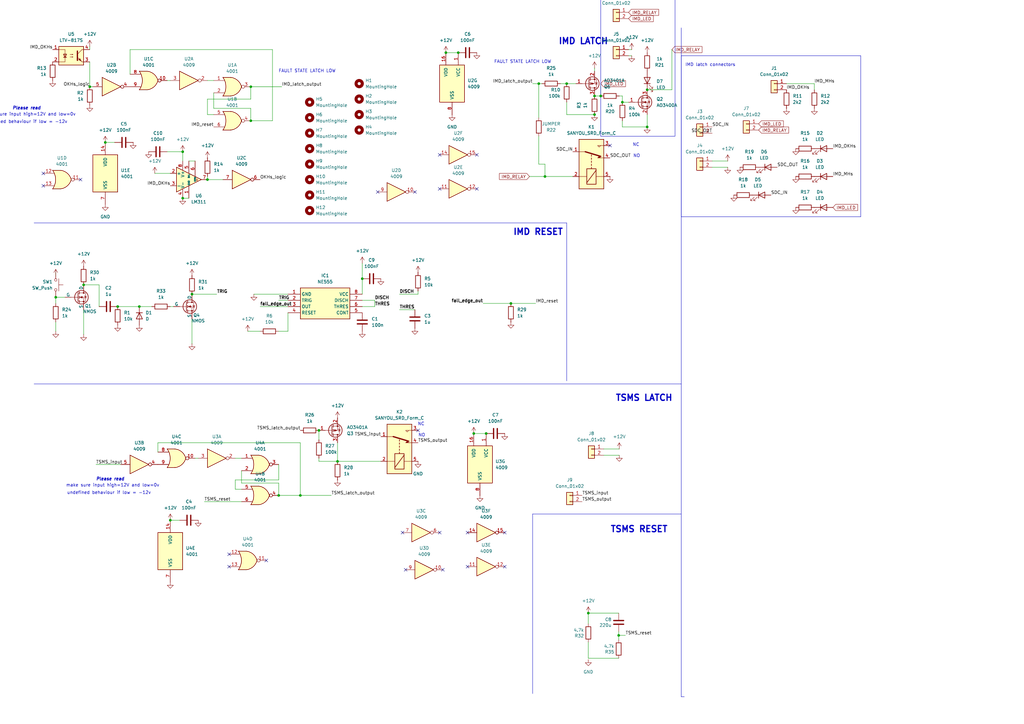
<source format=kicad_sch>
(kicad_sch (version 20250114) (generator "eeschema") (generator_version "9.0")
  (paper "A3")
  (title_block (title "IMD & TSMS latch logic"))
  (rectangle (start 279.4 22.86) (end 353.06 88.9))
  (rectangle (start 246.38 -5.08) (end 276.86 55.88))
  (text "FAULT STATE LATCH LOW" (at 125.984 29.21 0) (effects (font (size 1.27 1.27))))
  (text "NO" (at 172.974 178.562 0) (effects (font (size 1.27 1.27))))
  (text "make sure input high=12V and low=0v" (at 11.938 46.99 0) (effects (font (size 1.27 1.27))))
  (text "NO" (at 261.112 64.008 0) (effects (font (size 1.27 1.27))))
  (text "IMD latch connectors" (at 291.338 26.67 0) (effects (font (size 1.27 1.27))))
  (text "undefined behaviour if low = -12v" (at 44.704 202.184 0) (effects (font (size 1.27 1.27))))
  (text "Please read " (at 11.43 44.45 0) (effects (font (size 1.27 1.27) (thickness 0.254) (bold yes) (italic yes))))
  (text "FAULT STATE LATCH LOW" (at 214.376 25.4 0) (effects (font (size 1.27 1.27))))
  (text "TSMS LATCH\n" (at 264.16 163.322 0) (effects (font (size 2.54 2.54) (thickness 0.508) (bold yes))))
  (text "make sure input high=12V and low=0v" (at 46.228 199.136 0) (effects (font (size 1.27 1.27))))
  (text "undefined behaviour if low = -12v" (at 10.414 50.038 0) (effects (font (size 1.27 1.27))))
  (text "IMD RESET" (at 220.726 95.25 0) (effects (font (size 2.54 2.54) (thickness 0.508) (bold yes))))
  (text "NC" (at 260.858 59.436 0) (effects (font (size 1.27 1.27))))
  (text "Please read " (at 45.72 196.596 0) (effects (font (size 1.27 1.27) (thickness 0.254) (bold yes) (italic yes))))
  (text "NC" (at 172.72 173.99 0) (effects (font (size 1.27 1.27))))
  (text "TSMS RESET\n" (at 262.128 217.17 0) (effects (font (size 2.54 2.54) (thickness 0.508) (bold yes))))
  (text "IMD LATCH\n" (at 239.268 17.018 0) (effects (font (size 2.54 2.54) (thickness 0.508) (bold yes))))
  (junction (at 232.41 34.29))
  (junction (at 255.27 41.91))
  (junction (at 265.43 36.83))
  (junction (at 265.43 52.07))
  (junction (at 209.55 124.46))
  (junction (at 243.84 39.37))
  (junction (at 223.52 72.39))
  (junction (at 148.59 114.3))
  (junction (at 241.3 251.46))
  (junction (at 199.39 177.8))
  (junction (at 220.98 34.29))
  (junction (at 78.74 120.65))
  (junction (at 102.87 35.56))
  (junction (at 22.86 121.92))
  (junction (at 123.19 203.2))
  (junction (at 57.15 125.73))
  (junction (at 102.87 49.53))
  (junction (at 246.38 39.37))
  (junction (at 138.43 189.23))
  (junction (at 69.85 213.36))
  (junction (at 182.88 21.59))
  (junction (at 253.746 260.604))
  (junction (at 43.18 58.42))
  (junction (at 243.84 46.99))
  (junction (at 36.83 35.56))
  (junction (at 48.26 125.73))
  (junction (at 74.93 81.28))
  (junction (at 114.3 203.2))
  (junction (at 74.93 62.23))
  (junction (at 187.96 21.59))
  (junction (at 130.81 176.53))
  (junction (at 85.09 73.66))
  (junction (at 34.29 116.84))
  (junction (at 194.31 177.8))
  (no_connect (at 165.1 218.44))
  (no_connect (at 154.94 78.74))
  (no_connect (at 93.98 232.41))
  (no_connect (at 180.34 63.5))
  (no_connect (at 207.01 232.41))
  (no_connect (at 207.01 218.44))
  (no_connect (at 195.58 63.5))
  (no_connect (at 180.34 77.47))
  (no_connect (at 195.58 77.47))
  (no_connect (at 166.37 233.68))
  (no_connect (at 17.78 71.12))
  (no_connect (at 191.77 218.44))
  (no_connect (at 93.98 227.33))
  (no_connect (at 250.19 59.69))
  (no_connect (at 180.34 218.44))
  (no_connect (at 170.18 78.74))
  (no_connect (at 181.61 233.68))
  (no_connect (at 191.77 232.41))
  (no_connect (at 109.22 229.87))
  (no_connect (at 171.45 176.53))
  (no_connect (at 33.02 73.66))
  (no_connect (at 17.78 76.2))
  (wire (pts (xy 243.84 29.21) (xy 243.84 27.94)))
  (wire (pts (xy 220.98 55.88) (xy 220.98 67.31)))
  (wire (pts (xy 334.01 36.83) (xy 334.01 34.29)))
  (wire (pts (xy 34.29 137.16) (xy 34.29 127)))
  (wire (pts (xy 163.83 120.65) (xy 171.45 120.65)))
  (wire (pts (xy 123.19 203.2) (xy 135.89 203.2)))
  (wire (pts (xy 220.98 34.29) (xy 222.25 34.29)))
  (wire (pts (xy 102.87 49.53) (xy 111.76 49.53)))
  (wire (pts (xy 246.38 39.37) (xy 243.84 39.37)))
  (wire (pts (xy 163.83 127) (xy 170.18 127)))
  (wire (pts (xy 255.27 49.53) (xy 255.27 52.07)))
  (wire (pts (xy 220.98 67.31) (xy 223.52 67.31)))
  (wire (pts (xy 102.87 35.56) (xy 102.87 40.64)))
  (wire (pts (xy 255.27 41.91) (xy 255.27 39.37)))
  (wire (pts (xy 156.21 189.23) (xy 138.43 189.23)))
  (wire (pts (xy 232.41 46.99) (xy 243.84 46.99)))
  (wire (pts (xy 22.86 121.92) (xy 22.86 124.46)))
  (wire (pts (xy 223.52 72.39) (xy 234.95 72.39)))
  (wire (pts (xy 218.44 34.29) (xy 220.98 34.29)))
  (wire (pts (xy 114.3 123.19) (xy 118.11 123.19)))
  (wire (pts (xy 229.87 34.29) (xy 232.41 34.29)))
  (wire (pts (xy 334.01 34.29) (xy 322.58 34.29)))
  (polyline (pts (xy 279.4 285.75) (xy 280.67 285.75)))
  (wire (pts (xy 232.41 34.29) (xy 236.22 34.29)))
  (wire (pts (xy 85.09 40.64) (xy 102.87 40.64)))
  (wire (pts (xy 255.27 52.07) (xy 265.43 52.07)))
  (wire (pts (xy 64.77 181.61) (xy 64.77 185.42)))
  (polyline (pts (xy 279.4 157.48) (xy 279.4 285.75)))
  (wire (pts (xy 265.43 46.99) (xy 265.43 52.07)))
  (wire (pts (xy 241.3 270.002) (xy 253.746 270.002)))
  (wire (pts (xy 241.3 263.398) (xy 241.3 270.002)))
  (wire (pts (xy 99.06 200.66) (xy 96.52 200.66)))
  (wire (pts (xy 257.81 41.91) (xy 255.27 41.91)))
  (wire (pts (xy 246.38 34.29) (xy 246.38 39.37)))
  (wire (pts (xy 36.83 25.4) (xy 36.83 35.56)))
  (wire (pts (xy 194.31 177.8) (xy 199.39 177.8)))
  (wire (pts (xy 102.87 35.56) (xy 115.57 35.56)))
  (wire (pts (xy 74.93 81.28) (xy 77.47 81.28)))
  (polyline (pts (xy 13.97 157.48) (xy 279.4 157.48)))
  (polyline (pts (xy 232.41 91.44) (xy 232.41 156.21)))
  (wire (pts (xy 87.63 46.99) (xy 85.09 46.99)))
  (wire (pts (xy 138.43 189.23) (xy 138.43 181.61)))
  (wire (pts (xy 182.88 21.59) (xy 187.96 21.59)))
  (polyline (pts (xy 218.44 210.82) (xy 218.44 284.48)))
  (wire (pts (xy 101.6 135.89) (xy 106.68 135.89)))
  (wire (pts (xy 275.59 36.83) (xy 265.43 36.83)))
  (wire (pts (xy 78.74 140.97) (xy 78.74 130.81)))
  (wire (pts (xy 85.09 46.99) (xy 85.09 40.64)))
  (wire (pts (xy 253.746 259.08) (xy 253.746 260.604)))
  (wire (pts (xy 298.45 68.58) (xy 292.1 68.58)))
  (wire (pts (xy 77.47 66.04) (xy 80.01 66.04)))
  (wire (pts (xy 73.66 213.36) (xy 69.85 213.36)))
  (wire (pts (xy 217.17 72.39) (xy 223.52 72.39)))
  (wire (pts (xy 22.86 121.92) (xy 26.67 121.92)))
  (wire (pts (xy 275.59 20.32) (xy 275.59 36.83)))
  (wire (pts (xy 148.59 125.73) (xy 153.67 125.73)))
  (wire (pts (xy 232.41 41.91) (xy 232.41 46.99)))
  (wire (pts (xy 53.34 20.32) (xy 53.34 30.48)))
  (wire (pts (xy 254 184.15) (xy 247.65 184.15)))
  (wire (pts (xy 130.81 187.96) (xy 130.81 189.23)))
  (wire (pts (xy 48.26 125.73) (xy 57.15 125.73)))
  (wire (pts (xy 63.5 71.12) (xy 69.85 71.12)))
  (wire (pts (xy 148.59 123.19) (xy 153.67 123.19)))
  (wire (pts (xy 85.09 73.66) (xy 91.44 73.66)))
  (wire (pts (xy 253.746 260.604) (xy 256.54 260.604)))
  (wire (pts (xy 34.29 116.84) (xy 40.64 116.84)))
  (wire (pts (xy 57.15 125.73) (xy 62.23 125.73)))
  (wire (pts (xy 104.14 120.65) (xy 118.11 120.65)))
  (wire (pts (xy 198.12 124.46) (xy 209.55 124.46)))
  (wire (pts (xy 259.08 22.86) (xy 257.81 22.86)))
  (wire (pts (xy 78.74 120.65) (xy 88.9 120.65)))
  (wire (pts (xy 171.45 119.38) (xy 171.45 120.65)))
  (wire (pts (xy 114.3 190.5) (xy 114.3 196.85)))
  (wire (pts (xy 40.64 116.84) (xy 40.64 125.73)))
  (wire (pts (xy 148.59 114.3) (xy 148.59 120.65)))
  (wire (pts (xy 114.3 135.89) (xy 118.11 135.89)))
  (polyline (pts (xy 279.4 210.82) (xy 218.44 210.82)))
  (wire (pts (xy 68.58 62.23) (xy 74.93 62.23)))
  (wire (pts (xy 130.81 180.34) (xy 130.81 176.53)))
  (wire (pts (xy 80.01 187.96) (xy 81.28 187.96)))
  (wire (pts (xy 241.3 255.778) (xy 241.3 251.46)))
  (wire (pts (xy 46.99 58.42) (xy 43.18 58.42)))
  (wire (pts (xy 96.52 187.96) (xy 99.06 187.96)))
  (wire (pts (xy 241.3 251.46) (xy 253.746 251.46)))
  (wire (pts (xy 153.67 123.19) (xy 153.67 125.73)))
  (wire (pts (xy 259.08 20.32) (xy 257.81 20.32)))
  (wire (pts (xy 36.83 35.56) (xy 38.1 35.56)))
  (wire (pts (xy 74.93 62.23) (xy 74.93 66.04)))
  (wire (pts (xy 22.86 111.76) (xy 22.86 113.03)))
  (wire (pts (xy 123.19 203.2) (xy 123.19 181.61)))
  (wire (pts (xy 130.81 189.23) (xy 138.43 189.23)))
  (wire (pts (xy 220.98 34.29) (xy 220.98 48.26)))
  (wire (pts (xy 254 39.37) (xy 255.27 39.37)))
  (wire (pts (xy 254 186.69) (xy 247.65 186.69)))
  (wire (pts (xy 209.55 124.46) (xy 219.71 124.46)))
  (wire (pts (xy 111.76 20.32) (xy 53.34 20.32)))
  (wire (pts (xy 298.45 66.04) (xy 292.1 66.04)))
  (wire (pts (xy 223.52 67.31) (xy 223.52 72.39)))
  (polyline (pts (xy 13.97 91.44) (xy 232.41 91.44)))
  (wire (pts (xy 22.86 132.08) (xy 22.86 135.89)))
  (polyline (pts (xy 279.4 11.43) (xy 279.4 157.48)))
  (wire (pts (xy 99.06 198.12) (xy 99.06 193.04)))
  (wire (pts (xy 253.746 260.604) (xy 253.746 262.382)))
  (wire (pts (xy 96.52 196.85) (xy 114.3 196.85)))
  (wire (pts (xy 102.87 44.45) (xy 102.87 49.53)))
  (wire (pts (xy 111.76 49.53) (xy 111.76 20.32)))
  (wire (pts (xy 87.63 44.45) (xy 87.63 38.1)))
  (wire (pts (xy 114.3 203.2) (xy 114.3 198.12)))
  (wire (pts (xy 114.3 198.12) (xy 99.06 198.12)))
  (wire (pts (xy 102.87 44.45) (xy 87.63 44.45)))
  (wire (pts (xy 85.09 72.39) (xy 85.09 73.66)))
  (wire (pts (xy 96.52 200.66) (xy 96.52 196.85)))
  (wire (pts (xy 39.37 190.5) (xy 49.53 190.5)))
  (wire (pts (xy 114.3 203.2) (xy 123.19 203.2)))
  (wire (pts (xy 106.68 125.73) (xy 118.11 125.73)))
  (wire (pts (xy 123.19 181.61) (xy 64.77 181.61)))
  (wire (pts (xy 36.83 19.05) (xy 36.83 20.32)))
  (wire (pts (xy 68.58 33.02) (xy 69.85 33.02)))
  (wire (pts (xy 148.59 107.95) (xy 148.59 114.3)))
  (wire (pts (xy 83.82 205.74) (xy 99.06 205.74)))
  (wire (pts (xy 85.09 33.02) (xy 87.63 33.02)))
  (wire (pts (xy 71.12 125.73) (xy 69.85 125.73)))
  (wire (pts (xy 118.11 135.89) (xy 118.11 128.27)))
  (label "IMD_latch_output" (at 115.57 35.56 0))
  (label "SDC_IN" (at 234.95 62.23 180))
  (label "TSMS_reset" (at 256.54 260.604 0))
  (label "SDC_OUT" (at 292.1 54.61 180))
  (label "fall_edge_out" (at 106.68 125.73 0) (effects (font (thickness 0.254) (bold yes))))
  (label "TSMS_input" (at 238.76 203.2 0))
  (label "OKHs_logic" (at 36.83 35.56 180))
  (label "TRIG" (at 88.9 120.65 0) (effects (font (thickness 0.254) (bold yes))))
  (label "TSMS_output" (at 171.45 181.61 0))
  (label "SDC_IN" (at 292.1 52.07 0))
  (label "TSMS_reset" (at 83.82 205.74 0))
  (label "IMD_OKHs" (at 21.59 20.32 180))
  (label "TSMS_input" (at 39.37 190.5 0))
  (label "IMD_OKHs" (at 69.85 76.2 180))
  (label "IMD_reset" (at 87.63 52.07 180))
  (label "IMD_OKHs" (at 322.58 36.83 0))
  (label "IMD_OKHs" (at 341.63 60.96 0))
  (label "TRIG" (at 114.3 123.19 0) (effects (font (thickness 0.254) (bold yes))))
  (label "DISCH" (at 153.67 123.19 0) (effects (font (thickness 0.254) (bold yes))))
  (label "SDC_IN" (at 316.23 80.01 0))
  (label "OKHs_logic" (at 106.68 73.66 0))
  (label "TSMS_latch_output" (at 123.19 176.53 180))
  (label "THRES" (at 153.67 125.73 0) (effects (font (thickness 0.254) (bold yes))))
  (label "TSMS_input" (at 156.21 179.07 180))
  (label "IMD_MHs" (at 341.63 72.39 0))
  (label "TSMS_output" (at 238.76 205.74 0))
  (label "DISCH" (at 163.83 120.65 0) (effects (font (thickness 0.254) (bold yes))))
  (label "THRES" (at 163.83 127 0) (effects (font (thickness 0.254) (bold yes))))
  (label "IMD_MHs" (at 334.01 34.29 0))
  (label "IMD_reset" (at 219.71 124.46 0))
  (label "IMD_latch_output" (at 218.44 34.29 180))
  (label "SDC_OUT" (at 250.19 64.77 0))
  (label "SDC_OUT" (at 318.77 68.58 0))
  (label "TSMS_latch_output" (at 135.89 203.2 0))
  (label "fall_edge_out" (at 198.12 124.46 180) (effects (font (thickness 0.254) (bold yes))))
  (global_label "IMD_LED" (shape input) (at 311.15 50.8 0) (property "Intersheetrefs" "${INTERSHEET_REFS}" (effects (hide yes))))
  (global_label "IMD_RELAY" (shape input) (at 257.81 5.08 0) (property "Intersheetrefs" "${INTERSHEET_REFS}" (effects (hide yes))))
  (global_label "IMD_LED" (shape input) (at 341.63 85.09 0) (property "Intersheetrefs" "${INTERSHEET_REFS}" (effects (hide yes))))
  (global_label "IMD_LED" (shape input) (at 246.38 34.29 0) (property "Intersheetrefs" "${INTERSHEET_REFS}" (effects (hide yes))))
  (global_label "IMD_LED" (shape input) (at 257.81 7.62 0) (property "Intersheetrefs" "${INTERSHEET_REFS}" (effects (hide yes))))
  (global_label "IMD_RELAY" (shape input) (at 217.17 72.39 180) (property "Intersheetrefs" "${INTERSHEET_REFS}" (effects (hide yes))))
  (global_label "IMD_RELAY" (shape input) (at 311.15 53.34 0) (property "Intersheetrefs" "${INTERSHEET_REFS}" (effects (hide yes))))
  (global_label "IMD_RELAY" (shape input) (at 275.59 20.32 0) (property "Intersheetrefs" "${INTERSHEET_REFS}" (effects (hide yes))))
  (symbol (lib_id "power:GND") (at 259.08 22.86 0) (unit 1)
    (property "Reference" "#PWR052" (effects (hide yes)))
    (property "Value" "GND" (effects (hide yes)))
    (property "Description" "Power symbol creates a global label with name \"GND\" , ground" (effects (hide yes)))
  )
  (symbol (lib_id "4xxx:4009") (at 99.06 73.66 0) (unit 3)
    (property "Reference" "U2" (at 99.06 64.77 0))
    (property "Value" "4009" (at 99.06 67.31 0))
    (property "Footprint" "RMC_SO:SOIC-16_3.9x9.9mm_P1.27mm_Handsolder" (effects (hide yes)))
    (property "Datasheet" "http://www.sycelectronica.com.ar/semiconductores/CD4009.pdf" (effects (hide yes)))
    (property "Description" "Hex Buffer Inverter" (effects (hide yes)))
  )
  (symbol (lib_id "Device:C") (at 191.77 21.59 90) (unit 1)
    (property "Reference" "C6" (at 191.77 13.97 90))
    (property "Value" "100nF" (at 191.77 16.51 90))
    (property "Footprint" "RMC_Capacitor:C_0805_2012Metric_Pad1.18x1.45mm_HandSolder_L" (effects (hide yes)))
    (property "Description" "Unpolarized capacitor" (effects (hide yes)))
  )
  (symbol (lib_id "power:+12V") (at 74.93 62.23 0) (unit 1)
    (property "Reference" "#PWR042" (effects (hide yes)))
    (property "Value" "+12V" (at 74.93 57.15 0))
    (property "Description" "Power symbol creates a global label with name \"+12V\"" (effects (hide yes)))
  )
  (symbol (lib_id "power:GND") (at 69.85 238.76 0) (unit 1)
    (property "Reference" "#PWR06" (effects (hide yes)))
    (property "Value" "GND" (effects (hide yes)))
    (property "Description" "Power symbol creates a global label with name \"GND\" , ground" (effects (hide yes)))
  )
  (symbol (lib_id "power:GND") (at 21.59 33.02 0) (unit 1)
    (property "Reference" "#PWR040" (effects (hide yes)))
    (property "Value" "GND" (effects (hide yes)))
    (property "Description" "Power symbol creates a global label with name \"GND\" , ground" (effects (hide yes)))
  )
  (symbol (lib_id "power:GND") (at 243.84 46.99 0) (unit 1)
    (property "Reference" "#PWR011" (effects (hide yes)))
    (property "Value" "GND" (effects (hide yes)))
    (property "Description" "Power symbol creates a global label with name \"GND\" , ground" (effects (hide yes)))
  )
  (symbol (lib_id "Device:C") (at 64.77 62.23 270) (mirror x) (unit 1)
    (property "Reference" "C10" (at 64.77 54.61 90))
    (property "Value" "100nF" (at 64.77 57.15 90))
    (property "Footprint" "RMC_Capacitor:C_0805_2012Metric_Pad1.18x1.45mm_HandSolder_L" (effects (hide yes)))
    (property "Description" "Unpolarized capacitor" (effects (hide yes)))
  )
  (symbol (lib_id "power:GND") (at 185.42 46.99 0) (unit 1)
    (property "Reference" "#PWR04" (effects (hide yes)))
    (property "Value" "GND" (at 185.42 52.07 0))
    (property "Description" "Power symbol creates a global label with name \"GND\" , ground" (effects (hide yes)))
  )
  (symbol (lib_id "power:+12V") (at 85.09 64.77 0) (unit 1)
    (property "Reference" "#PWR044" (effects (hide yes)))
    (property "Value" "+12V" (at 85.09 59.69 0))
    (property "Description" "Power symbol creates a global label with name \"+12V\"" (effects (hide yes)))
  )
  (symbol (lib_id "power:GND") (at 334.01 44.45 0) (unit 1)
    (property "Reference" "#PWR033" (effects (hide yes)))
    (property "Value" "GND" (effects (hide yes)))
    (property "Description" "Power symbol creates a global label with name \"GND\" , ground" (effects (hide yes)))
  )
  (symbol (lib_id "Device:C") (at 170.18 130.81 0) (unit 1)
    (property "Reference" "C3" (at 173.99 129.5399 0) (effects (justify left)))
    (property "Value" "1u" (at 173.99 132.0799 0) (effects (justify left)))
    (property "Footprint" "RMC_Capacitor:C_0805_2012Metric_Pad1.18x1.45mm_HandSolder_L" (effects (hide yes)))
    (property "Description" "Unpolarized capacitor" (effects (hide yes)))
  )
  (symbol (lib_id "power:GND") (at 57.15 133.35 0) (unit 1)
    (property "Reference" "#PWR014" (effects (hide yes)))
    (property "Value" "GND" (effects (hide yes)))
    (property "Description" "Power symbol creates a global label with name \"GND\" , ground" (effects (hide yes)))
  )
  (symbol (lib_id "power:+12V") (at 298.45 66.04 0) (unit 1)
    (property "Reference" "#PWR037" (effects (hide yes)))
    (property "Value" "+12V" (at 298.45 60.96 0))
    (property "Description" "Power symbol creates a global label with name \"+12V\"" (effects (hide yes)))
  )
  (symbol (lib_id "power:GND") (at 326.39 72.39 0) (unit 1)
    (property "Reference" "#PWR047" (effects (hide yes)))
    (property "Value" "GND" (effects (hide yes)))
    (property "Description" "Power symbol creates a global label with name \"GND\" , ground" (effects (hide yes)))
  )
  (symbol (lib_id "Device:R") (at 330.2 85.09 90) (unit 1)
    (property "Reference" "R17" (at 330.2 78.74 90))
    (property "Value" "1k" (at 330.2 81.28 90))
    (property "Footprint" "RMC_Resistor:R_0805_2012Metric_Pad1.20x1.40mm_HandSolder_L" (effects (hide yes)))
    (property "Description" "Resistor" (effects (hide yes)))
  )
  (symbol (lib_id "HKUST_REDBIRD_LIB:NE555") (at 118.11 120.65 0) (unit 1)
    (property "Reference" "IC1" (at 133.35 113.03 0))
    (property "Value" "NE555" (at 133.35 115.57 0))
    (property "Footprint" "RMC_SO:SOIC-8_3.9x4.9mm_P1.27mm_RMC_Handsolder" (effects (hide yes)))
    (property "Datasheet" "https://www.datasheet.com/bav99.pdf" (effects (hide yes)))
    (property "Description" "Timers & Support Products" (effects (hide yes)))
    (property "Height" "1.75" (effects (hide yes)))
    (property "Manufacturer_Name" "Diodes Incorporated" (effects (hide yes)))
    (property "Manufacturer_Part_Number" "NE555" (effects (hide yes)))
    (property "Mouser Part Number" "N/A" (effects (hide yes)))
    (property "Mouser Price/Stock" "https://www.mouser.co.uk/ProductDetail/Diodes-Incorporated/NE555?qs=Wj%2FVkw3K%252BMDvMoYkR61Dtg%3D%3D" (effects (hide yes)))
  )
  (symbol (lib_id "Mechanical:MountingHole") (at 127 80.01 0) (unit 1) (exclude_from_sim yes) (in_bom no)
    (property "Reference" "H11" (at 129.54 78.7399 0) (effects (justify left)))
    (property "Value" "MountingHole" (at 129.54 81.2799 0) (effects (justify left)))
    (property "Footprint" "MountingHole:MountingHole_4.3mm_M4" (effects (hide yes)))
    (property "Description" "Mounting Hole without connection" (effects (hide yes)))
  )
  (symbol (lib_id "power:GND") (at 209.55 132.08 0) (unit 1)
    (property "Reference" "#PWR021" (effects (hide yes)))
    (property "Value" "GND" (effects (hide yes)))
    (property "Description" "Power symbol creates a global label with name \"GND\" , ground" (effects (hide yes)))
  )
  (symbol (lib_id "Device:R") (at 330.2 72.39 90) (unit 1)
    (property "Reference" "R16" (at 330.2 66.04 90))
    (property "Value" "1k" (at 330.2 68.58 90))
    (property "Footprint" "RMC_Resistor:R_0805_2012Metric_Pad1.20x1.40mm_HandSolder_L" (effects (hide yes)))
    (property "Description" "Resistor" (effects (hide yes)))
  )
  (symbol (lib_id "Device:LED") (at 337.82 85.09 0) (unit 1)
    (property "Reference" "D4" (at 336.2325 78.74 0))
    (property "Value" "LED" (at 336.2325 81.28 0))
    (property "Footprint" "RMC_LED:LED_0805_2012Metric_Pad1.45x1.40mm_HandSolder" (effects (hide yes)))
    (property "Description" "Light emitting diode" (effects (hide yes)))
    (property "Sim.Pins" "1=K 2=A" (effects (hide yes)))
  )
  (symbol (lib_id "power:GND") (at 171.45 189.23 0) (unit 1)
    (property "Reference" "#PWR058" (effects (hide yes)))
    (property "Value" "GND" (at 171.45 194.31 0))
    (property "Description" "Power symbol creates a global label with name \"GND\" , ground" (effects (hide yes)))
  )
  (symbol (lib_id "Connector_Generic:Conn_01x02") (at 287.02 66.04 0) (mirror y) (unit 1)
    (property "Reference" "J4" (at 287.02 59.69 0))
    (property "Value" "Conn_01x02" (at 287.02 62.23 0))
    (property "Footprint" "Connector_Molex:Molex_Micro-Fit_3.0_43650-0215_1x02_P3.00mm_Vertical" (effects (hide yes)))
    (property "Description" "Generic connector, single row, 01x02, script generated (kicad-library-utils/schlib/autogen/connector/)" (effects (hide yes)))
  )
  (symbol (lib_id "Transistor_FET:AO3400A") (at 262.89 41.91 0) (unit 1)
    (property "Reference" "Q2" (at 269.24 40.6399 0) (effects (justify left)))
    (property "Value" "AO3400A" (at 269.24 43.1799 0) (effects (justify left)))
    (property "Footprint" "RMC_SOT:SOT-23" (effects (hide yes)))
    (property "Datasheet" "http://www.aosmd.com/pdfs/datasheet/AO3400A.pdf" (effects (hide yes)))
    (property "Description" "30V Vds, 5.7A Id, N-Channel MOSFET, SOT-23" (effects (hide yes)))
  )
  (symbol (lib_id "power:GND") (at 78.74 140.97 0) (unit 1)
    (property "Reference" "#PWR062" (effects (hide yes)))
    (property "Value" "GND" (effects (hide yes)))
    (property "Description" "Power symbol creates a global label with name \"GND\" , ground" (effects (hide yes)))
  )
  (symbol (lib_id "Mechanical:MountingHole") (at 127 54.61 0) (unit 1) (exclude_from_sim yes) (in_bom no)
    (property "Reference" "H7" (at 129.54 53.3399 0) (effects (justify left)))
    (property "Value" "MountingHole" (at 129.54 55.8799 0) (effects (justify left)))
    (property "Footprint" "MountingHole:MountingHole_4.3mm_M4" (effects (hide yes)))
    (property "Description" "Mounting Hole without connection" (effects (hide yes)))
  )
  (symbol (lib_id "power:GND") (at 300.99 80.01 0) (unit 1)
    (property "Reference" "#PWR049" (effects (hide yes)))
    (property "Value" "GND" (effects (hide yes)))
    (property "Description" "Power symbol creates a global label with name \"GND\" , ground" (effects (hide yes)))
  )
  (symbol (lib_id "Device:R") (at 241.3 259.588 180) (unit 1)
    (property "Reference" "R32" (at 239.522 260.7564 0) (effects (justify left)))
    (property "Value" "4.7k" (at 239.522 258.445 0) (effects (justify left)))
    (property "Footprint" "RMC_Resistor:R_0805_2012Metric_Pad1.20x1.40mm_HandSolder_L" (effects (hide yes)))
  )
  (symbol (lib_id "Device:R") (at 85.09 68.58 0) (unit 1)
    (property "Reference" "R14" (at 87.63 67.3099 0) (effects (justify left)))
    (property "Value" "1k" (at 87.63 69.8499 0) (effects (justify left)))
    (property "Footprint" "RMC_Resistor:R_0805_2012Metric_Pad1.20x1.40mm_HandSolder_L" (effects (hide yes)))
    (property "Description" "Resistor" (effects (hide yes)))
  )
  (symbol (lib_id "Device:R") (at 22.86 128.27 180) (unit 1)
    (property "Reference" "R24" (at 25.4 126.9999 0) (effects (justify right)))
    (property "Value" "1k" (at 25.4 129.5399 0) (effects (justify right)))
    (property "Footprint" "RMC_Resistor:R_0805_2012Metric_Pad1.20x1.40mm_HandSolder_L" (effects (hide yes)))
    (property "Description" "Resistor" (effects (hide yes)))
  )
  (symbol (lib_id "Device:R") (at 171.45 115.57 0) (unit 1)
    (property "Reference" "R5" (at 173.99 114.2999 0) (effects (justify left)))
    (property "Value" "10k" (at 173.99 116.8399 0) (effects (justify left)))
    (property "Footprint" "RMC_Resistor:R_0805_2012Metric_Pad1.20x1.40mm_HandSolder_L" (effects (hide yes)))
    (property "Description" "Resistor" (effects (hide yes)))
  )
  (symbol (lib_id "Switch:SW_Push") (at 22.86 116.84 270) (mirror x) (unit 1)
    (property "Reference" "SW1" (at 21.59 115.5699 90) (effects (justify right)))
    (property "Value" "SW_Push" (at 21.59 118.1099 90) (effects (justify right)))
    (property "Footprint" "Connector_Molex:Molex_Micro-Fit_3.0_43650-0215_1x02_P3.00mm_Vertical" (effects (hide yes)))
    (property "Description" "Push button switch, generic, two pins" (effects (hide yes)))
  )
  (symbol (lib_id "Mechanical:MountingHole") (at 127 86.36 0) (unit 1) (exclude_from_sim yes) (in_bom no)
    (property "Reference" "H12" (at 129.54 85.0899 0) (effects (justify left)))
    (property "Value" "MountingHole" (at 129.54 87.6299 0) (effects (justify left)))
    (property "Footprint" "MountingHole:MountingHole_4.3mm_M4" (effects (hide yes)))
    (property "Description" "Mounting Hole without connection" (effects (hide yes)))
  )
  (symbol (lib_id "power:+12V") (at 34.29 109.22 0) (mirror y) (unit 1)
    (property "Reference" "#PWR059" (effects (hide yes)))
    (property "Value" "+12V" (at 34.29 104.14 0))
    (property "Description" "Power symbol creates a global label with name \"+12V\"" (effects (hide yes)))
  )
  (symbol (lib_id "Mechanical:MountingHole") (at 147.32 34.29 0) (unit 1) (exclude_from_sim yes) (in_bom no)
    (property "Reference" "H1" (at 149.86 33.0199 0) (effects (justify left)))
    (property "Value" "MountingHole" (at 149.86 35.5599 0) (effects (justify left)))
    (property "Footprint" "MountingHole:MountingHole_4.3mm_M4" (effects (hide yes)))
    (property "Description" "Mounting Hole without connection" (effects (hide yes)))
  )
  (symbol (lib_id "Device:R") (at 265.43 25.4 0) (mirror y) (unit 1)
    (property "Reference" "R21" (at 270.51 26.67 0))
    (property "Value" "1k" (at 270.51 24.13 0))
    (property "Footprint" "RMC_Resistor:R_0805_2012Metric_Pad1.20x1.40mm_HandSolder_L" (effects (hide yes)))
    (property "Description" "Resistor" (effects (hide yes)))
  )
  (symbol (lib_id "Device:R") (at 243.84 43.18 180) (unit 1)
    (property "Reference" "R3" (at 237.49 43.18 90))
    (property "Value" "1k" (at 240.03 43.18 90))
    (property "Footprint" "RMC_Resistor:R_0805_2012Metric_Pad1.20x1.40mm_HandSolder_L" (effects (hide yes)))
    (property "Description" "Resistor" (effects (hide yes)))
  )
  (symbol (lib_id "power:GND") (at 81.28 213.36 0) (unit 1)
    (property "Reference" "#PWR026" (effects (hide yes)))
    (property "Value" "GND" (effects (hide yes)))
    (property "Description" "Power symbol creates a global label with name \"GND\" , ground" (effects (hide yes)))
  )
  (symbol (lib_id "Device:R") (at 307.34 68.58 90) (unit 1)
    (property "Reference" "R19" (at 307.34 62.23 90))
    (property "Value" "1k" (at 307.34 64.77 90))
    (property "Footprint" "RMC_Resistor:R_0805_2012Metric_Pad1.20x1.40mm_HandSolder_L" (effects (hide yes)))
    (property "Description" "Resistor" (effects (hide yes)))
  )
  (symbol (lib_id "Device:R") (at 250.19 39.37 270) (mirror x) (unit 1)
    (property "Reference" "R20" (at 250.19 45.72 90))
    (property "Value" "1k" (at 250.19 43.18 90))
    (property "Footprint" "RMC_Resistor:R_0805_2012Metric_Pad1.20x1.40mm_HandSolder_L" (effects (hide yes)))
    (property "Description" "Resistor" (effects (hide yes)))
  )
  (symbol (lib_id "power:GND") (at 148.59 135.89 0) (unit 1)
    (property "Reference" "#PWR015" (effects (hide yes)))
    (property "Value" "GND" (effects (hide yes)))
    (property "Description" "Power symbol creates a global label with name \"GND\" , ground" (effects (hide yes)))
  )
  (symbol (lib_id "Device:R") (at 130.81 184.15 0) (unit 1)
    (property "Reference" "R27" (at 133.35 182.8799 0) (effects (justify left)))
    (property "Value" "100k" (at 133.35 185.4199 0) (effects (justify left)))
    (property "Footprint" "RMC_Resistor:R_0805_2012Metric_Pad1.20x1.40mm_HandSolder_L" (effects (hide yes)))
    (property "Description" "Resistor" (effects (hide yes)))
  )
  (symbol (lib_id "power:+12V") (at 243.84 27.94 0) (unit 1)
    (property "Reference" "#PWR035" (effects (hide yes)))
    (property "Value" "+12V" (at 243.84 22.86 0))
    (property "Description" "Power symbol creates a global label with name \"+12V\"" (effects (hide yes)))
  )
  (symbol (lib_id "power:GND") (at 36.83 43.18 0) (unit 1)
    (property "Reference" "#PWR09" (effects (hide yes)))
    (property "Value" "GND" (effects (hide yes)))
    (property "Description" "Power symbol creates a global label with name \"GND\" , ground" (effects (hide yes)))
  )
  (symbol (lib_id "4xxx:4009") (at 88.9 187.96 0) (unit 1)
    (property "Reference" "U3" (at 88.9 179.07 0))
    (property "Value" "4009" (at 88.9 181.61 0))
    (property "Footprint" "RMC_SO:SOIC-16_3.9x9.9mm_P1.27mm_Handsolder" (effects (hide yes)))
    (property "Datasheet" "http://www.sycelectronica.com.ar/semiconductores/CD4009.pdf" (effects (hide yes)))
    (property "Description" "Hex Buffer Inverter" (effects (hide yes)))
  )
  (symbol (lib_id "Connector_Generic:Conn_01x02") (at 252.73 20.32 0) (mirror y) (unit 1)
    (property "Reference" "J5" (at 252.73 13.97 0))
    (property "Value" "Conn_01x02" (at 252.73 16.51 0))
    (property "Footprint" "Connector_Molex:Molex_Micro-Fit_3.0_43650-0215_1x02_P3.00mm_Vertical" (effects (hide yes)))
    (property "Description" "Generic connector, single row, 01x02, script generated (kicad-library-utils/schlib/autogen/connector/)" (effects (hide yes)))
  )
  (symbol (lib_id "power:+12V") (at 69.85 213.36 0) (unit 1)
    (property "Reference" "#PWR05" (effects (hide yes)))
    (property "Value" "+12V" (at 69.85 208.28 0))
    (property "Description" "Power symbol creates a global label with name \"+12V\"" (effects (hide yes)))
  )
  (symbol (lib_id "4xxx:4001") (at 43.18 71.12 0) (unit 5)
    (property "Reference" "U1" (at 49.53 69.8499 0) (effects (justify left)))
    (property "Value" "4001" (at 49.53 72.3899 0) (effects (justify left)))
    (property "Footprint" "RMC_SO:SOIC127P600X175-14N" (effects (hide yes)))
    (property "Datasheet" "http://www.intersil.com/content/dam/Intersil/documents/cd40/cd4000bms-01bms-02bms-25bms.pdf" (effects (hide yes)))
    (property "Description" "Quad Nor 2 inputs" (effects (hide yes)))
  )
  (symbol (lib_id "power:+12V") (at 63.5 71.12 0) (unit 1)
    (property "Reference" "#PWR041" (effects (hide yes)))
    (property "Value" "+12V" (at 63.5 66.04 0))
    (property "Description" "Power symbol creates a global label with name \"+12V\"" (effects (hide yes)))
  )
  (symbol (lib_id "Device:LED") (at 314.96 68.58 0) (unit 1)
    (property "Reference" "D6" (at 313.3725 62.23 0))
    (property "Value" "LED" (at 313.3725 64.77 0))
    (property "Footprint" "RMC_LED:LED_0805_2012Metric_Pad1.45x1.40mm_HandSolder" (effects (hide yes)))
    (property "Description" "Light emitting diode" (effects (hide yes)))
    (property "Sim.Pins" "1=K 2=A" (effects (hide yes)))
  )
  (symbol (lib_id "Comparator:LM311") (at 77.47 73.66 0) (unit 1)
    (property "Reference" "U6" (at 81.534 80.264 0))
    (property "Value" "LM311" (at 81.534 82.804 0))
    (property "Footprint" "RMC_SO:SOIC-8_3.9x4.9mm_P1.27mm_RMC_Handsolder" (effects (hide yes)))
    (property "Datasheet" "https://www.st.com/resource/en/datasheet/lm311.pdf" (effects (hide yes)))
    (property "Description" "Voltage Comparator, DIP-8/SOIC-8" (effects (hide yes)))
  )
  (symbol (lib_id "power:+12V") (at 22.86 113.03 0) (mirror y) (unit 1)
    (property "Reference" "#PWR055" (effects (hide yes)))
    (property "Value" "+12V" (at 22.86 107.95 0))
    (property "Description" "Power symbol creates a global label with name \"+12V\"" (effects (hide yes)))
  )
  (symbol (lib_id "4xxx:4009") (at 172.72 218.44 0) (unit 3)
    (property "Reference" "U3" (at 172.72 209.55 0))
    (property "Value" "4009" (at 172.72 212.09 0))
    (property "Footprint" "RMC_SO:SOIC-16_3.9x9.9mm_P1.27mm_Handsolder" (effects (hide yes)))
    (property "Datasheet" "http://www.sycelectronica.com.ar/semiconductores/CD4009.pdf" (effects (hide yes)))
    (property "Description" "Hex Buffer Inverter" (effects (hide yes)))
  )
  (symbol (lib_id "4xxx:4009") (at 185.42 34.29 0) (unit 7)
    (property "Reference" "U2" (at 191.77 33.0199 0) (effects (justify left)))
    (property "Value" "4009" (at 191.77 35.5599 0) (effects (justify left)))
    (property "Footprint" "RMC_SO:SOIC-16_3.9x9.9mm_P1.27mm_Handsolder" (effects (hide yes)))
    (property "Datasheet" "http://www.sycelectronica.com.ar/semiconductores/CD4009.pdf" (effects (hide yes)))
    (property "Description" "Hex Buffer Inverter" (effects (hide yes)))
  )
  (symbol (lib_id "power:+12V") (at 138.43 171.45 0) (unit 1)
    (property "Reference" "#PWR036" (effects (hide yes)))
    (property "Value" "+12V" (at 138.43 166.37 0))
    (property "Description" "Power symbol creates a global label with name \"+12V\"" (effects (hide yes)))
  )
  (symbol (lib_id "Device:R") (at 220.98 52.07 0) (mirror y) (unit 1)
    (property "Reference" "R22" (at 226.06 53.34 0))
    (property "Value" "JUMPER" (at 226.06 50.8 0))
    (property "Footprint" "RMC_Resistor:R_0805_2012Metric_Pad1.20x1.40mm_HandSolder_L" (effects (hide yes)))
    (property "Description" "Resistor" (effects (hide yes)))
  )
  (symbol (lib_id "Connector_Generic:Conn_01x02") (at 242.57 184.15 0) (mirror y) (unit 1)
    (property "Reference" "J8" (at 242.57 177.8 0))
    (property "Value" "Conn_01x02" (at 242.57 180.34 0))
    (property "Footprint" "Connector_Molex:Molex_Micro-Fit_3.0_43650-0215_1x02_P3.00mm_Vertical" (effects (hide yes)))
    (property "Description" "Generic connector, single row, 01x02, script generated (kicad-library-utils/schlib/autogen/connector/)" (effects (hide yes)))
  )
  (symbol (lib_id "Relay:SANYOU_SRD_Form_C") (at 242.57 67.31 270) (mirror x) (unit 1)
    (property "Reference" "K1" (at 242.57 52.07 90))
    (property "Value" "SANYOU_SRD_Form_C" (at 242.57 54.61 90))
    (property "Footprint" "Relay_THT:Relay_SPDT_SANYOU_SRD_Series_Form_C" (effects (hide yes)))
    (property "Datasheet" "http://www.sanyourelay.ca/public/products/pdf/SRD.pdf" (effects (hide yes)))
    (property "Description" "Sanyo SRD relay, Single Pole Miniature Power Relay," (effects (hide yes)))
  )
  (symbol (lib_id "power:+12V") (at 254 184.15 0) (unit 1)
    (property "Reference" "#PWR054" (effects (hide yes)))
    (property "Value" "+12V" (at 254 179.07 0))
    (property "Description" "Power symbol creates a global label with name \"+12V\"" (effects (hide yes)))
  )
  (symbol (lib_id "power:GND") (at 207.01 177.8 0) (unit 1)
    (property "Reference" "#PWR029" (effects (hide yes)))
    (property "Value" "GND" (effects (hide yes)))
    (property "Description" "Power symbol creates a global label with name \"GND\" , ground" (effects (hide yes)))
  )
  (symbol (lib_id "Transistor_FET:AO3401A") (at 241.3 34.29 0) (mirror x) (unit 1)
    (property "Reference" "Q6" (at 247.65 35.5601 0) (effects (justify left)))
    (property "Value" "AO3401A" (at 247.65 33.0201 0) (effects (justify left)))
    (property "Footprint" "RMC_SOT:SOT-23" (effects (hide yes)))
    (property "Datasheet" "http://www.aosmd.com/pdfs/datasheet/AO3401A.pdf" (effects (hide yes)))
    (property "Description" "-4.0A Id, -30V Vds, P-Channel MOSFET, SOT-23" (effects (hide yes)))
  )
  (symbol (lib_id "4xxx:4009") (at 45.72 35.56 0) (unit 2)
    (property "Reference" "U2" (at 45.72 26.67 0))
    (property "Value" "4009" (at 45.72 29.21 0))
    (property "Footprint" "RMC_SO:SOIC-16_3.9x9.9mm_P1.27mm_Handsolder" (effects (hide yes)))
    (property "Datasheet" "http://www.sycelectronica.com.ar/semiconductores/CD4009.pdf" (effects (hide yes)))
    (property "Description" "Hex Buffer Inverter" (effects (hide yes)))
  )
  (symbol (lib_id "power:GND") (at 195.58 21.59 0) (unit 1)
    (property "Reference" "#PWR028" (effects (hide yes)))
    (property "Value" "GND" (effects (hide yes)))
    (property "Description" "Power symbol creates a global label with name \"GND\" , ground" (effects (hide yes)))
  )
  (symbol (lib_id "Connector_Generic:Conn_01x02") (at 287.02 52.07 0) (mirror y) (unit 1)
    (property "Reference" "J3" (at 287.02 45.72 0))
    (property "Value" "Conn_01x02" (at 287.02 48.26 0))
    (property "Footprint" "Connector_Molex:Molex_Micro-Fit_3.0_43650-0215_1x02_P3.00mm_Vertical" (effects (hide yes)))
    (property "Description" "Generic connector, single row, 01x02, script generated (kicad-library-utils/schlib/autogen/connector/)" (effects (hide yes)))
  )
  (symbol (lib_id "power:GND") (at 241.3 270.51 0) (unit 1)
    (property "Reference" "#PWR024" (effects (hide yes)))
    (property "Value" "GND" (at 241.3 275.59 0))
    (property "Description" "Power symbol creates a global label with name \"GND\" , ground" (effects (hide yes)))
  )
  (symbol (lib_id "power:GND") (at 74.93 81.28 0) (unit 1)
    (property "Reference" "#PWR043" (effects (hide yes)))
    (property "Value" "GND" (effects (hide yes)))
    (property "Description" "Power symbol creates a global label with name \"GND\" , ground" (effects (hide yes)))
  )
  (symbol (lib_id "Device:R") (at 36.83 39.37 0) (mirror y) (unit 1)
    (property "Reference" "R2" (at 34.29 38.0999 0) (effects (justify left)))
    (property "Value" "1k" (at 34.29 40.6399 0) (effects (justify left)))
    (property "Footprint" "RMC_Resistor:R_0805_2012Metric_Pad1.20x1.40mm_HandSolder_L" (effects (hide yes)))
    (property "Description" "Resistor" (effects (hide yes)))
  )
  (symbol (lib_id "Device:R") (at 334.01 40.64 0) (unit 1)
    (property "Reference" "R12" (at 336.55 39.3699 0) (effects (justify left)))
    (property "Value" "2k2" (at 336.55 41.9099 0) (effects (justify left)))
    (property "Footprint" "RMC_Resistor:R_0805_2012Metric_Pad1.20x1.40mm_HandSolder_L" (effects (hide yes)))
    (property "Description" "Resistor" (effects (hide yes)))
  )
  (symbol (lib_id "power:GND") (at 138.43 196.85 0) (unit 1)
    (property "Reference" "#PWR053" (effects (hide yes)))
    (property "Value" "GND" (effects (hide yes)))
    (property "Description" "Power symbol creates a global label with name \"GND\" , ground" (effects (hide yes)))
  )
  (symbol (lib_id "Device:R") (at 226.06 34.29 90) (unit 1)
    (property "Reference" "R25" (at 226.06 27.94 90))
    (property "Value" "1k" (at 226.06 30.48 90))
    (property "Footprint" "RMC_Resistor:R_0805_2012Metric_Pad1.20x1.40mm_HandSolder_L" (effects (hide yes)))
    (property "Description" "Resistor" (effects (hide yes)))
  )
  (symbol (lib_id "Device:R") (at 66.04 125.73 270) (unit 1)
    (property "Reference" "R33" (at 66.04 119.38 90))
    (property "Value" "1k" (at 66.04 121.92 90))
    (property "Footprint" "RMC_Resistor:R_0805_2012Metric_Pad1.20x1.40mm_HandSolder_L" (effects (hide yes)))
    (property "Description" "Resistor" (effects (hide yes)))
  )
  (symbol (lib_id "power:+12V") (at 36.83 19.05 0) (unit 1)
    (property "Reference" "#PWR039" (effects (hide yes)))
    (property "Value" "+12V" (at 36.83 13.97 0))
    (property "Description" "Power symbol creates a global label with name \"+12V\"" (effects (hide yes)))
  )
  (symbol (lib_id "Device:R") (at 253.746 266.192 180) (unit 1)
    (property "Reference" "R35" (at 251.968 267.3604 0) (effects (justify left)))
    (property "Value" "4.7k" (at 251.968 265.049 0) (effects (justify left)))
    (property "Footprint" "RMC_Resistor:R_0805_2012Metric_Pad1.20x1.40mm_HandSolder_L" (effects (hide yes)))
  )
  (symbol (lib_id "4xxx:4009") (at 162.56 78.74 0) (unit 4)
    (property "Reference" "U2" (at 162.56 69.85 0))
    (property "Value" "4009" (at 162.56 72.39 0))
    (property "Footprint" "RMC_SO:SOIC-16_3.9x9.9mm_P1.27mm_Handsolder" (effects (hide yes)))
    (property "Datasheet" "http://www.sycelectronica.com.ar/semiconductores/CD4009.pdf" (effects (hide yes)))
    (property "Description" "Hex Buffer Inverter" (effects (hide yes)))
  )
  (symbol (lib_id "Device:D") (at 57.15 129.54 270) (unit 1)
    (property "Reference" "D1" (at 59.69 128.2699 90) (effects (justify left)))
    (property "Value" "D" (at 59.69 130.8099 90) (effects (justify left)))
    (property "Footprint" "Diode_SMD:D_SMA_Handsoldering" (effects (hide yes)))
    (property "Description" "Diode" (effects (hide yes)))
    (property "Sim.Device" "D" (effects (hide yes)))
    (property "Sim.Pins" "1=K 2=A" (effects (hide yes)))
  )
  (symbol (lib_id "power:GND") (at 60.96 62.23 0) (mirror y) (unit 1)
    (property "Reference" "#PWR045" (effects (hide yes)))
    (property "Value" "GND" (effects (hide yes)))
    (property "Description" "Power symbol creates a global label with name \"GND\" , ground" (effects (hide yes)))
  )
  (symbol (lib_id "4xxx:4001") (at 106.68 203.2 0) (unit 2)
    (property "Reference" "U4" (at 106.68 194.31 0))
    (property "Value" "4001" (at 106.68 196.85 0))
    (property "Footprint" "RMC_SO:SOIC127P600X175-14N" (effects (hide yes)))
    (property "Datasheet" "http://www.intersil.com/content/dam/Intersil/documents/cd40/cd4000bms-01bms-02bms-25bms.pdf" (effects (hide yes)))
    (property "Description" "Quad Nor 2 inputs" (effects (hide yes)))
  )
  (symbol (lib_id "Isolator:LTV-817S") (at 29.21 22.86 0) (unit 1)
    (property "Reference" "U5" (at 29.21 13.97 0))
    (property "Value" "LTV-817S" (at 29.21 16.51 0))
    (property "Footprint" "Package_DIP:SMDIP-4_W9.53mm" (effects (hide yes)))
    (property "Datasheet" "http://www.us.liteon.com/downloads/LTV-817-827-847.PDF" (effects (hide yes)))
    (property "Description" "DC Optocoupler, Vce 35V, CTR 50%, SMDIP-4" (effects (hide yes)))
  )
  (symbol (lib_id "Device:R") (at 138.43 193.04 180) (unit 1)
    (property "Reference" "R28" (at 140.97 191.7699 0) (effects (justify right)))
    (property "Value" "1k" (at 140.97 194.3099 0) (effects (justify right)))
    (property "Footprint" "RMC_Resistor:R_0805_2012Metric_Pad1.20x1.40mm_HandSolder_L" (effects (hide yes)))
    (property "Description" "Resistor" (effects (hide yes)))
  )
  (symbol (lib_id "Device:R") (at 78.74 116.84 180) (unit 1)
    (property "Reference" "R31" (at 81.28 115.5699 0) (effects (justify right)))
    (property "Value" "1k" (at 81.28 118.1099 0) (effects (justify right)))
    (property "Footprint" "RMC_Resistor:R_0805_2012Metric_Pad1.20x1.40mm_HandSolder_L" (effects (hide yes)))
    (property "Description" "Resistor" (effects (hide yes)))
  )
  (symbol (lib_id "power:+12V") (at 148.59 107.95 0) (unit 1)
    (property "Reference" "#PWR017" (effects (hide yes)))
    (property "Value" "+12V" (at 148.59 102.87 0))
    (property "Description" "Power symbol creates a global label with name \"+12V\"" (effects (hide yes)))
  )
  (symbol (lib_id "power:GND") (at 265.43 52.07 0) (unit 1)
    (property "Reference" "#PWR012" (effects (hide yes)))
    (property "Value" "GND" (effects (hide yes)))
    (property "Description" "Power symbol creates a global label with name \"GND\" , ground" (effects (hide yes)))
  )
  (symbol (lib_id "Device:LED") (at 337.82 60.96 0) (unit 1)
    (property "Reference" "D2" (at 336.2325 54.61 0))
    (property "Value" "LED" (at 336.2325 57.15 0))
    (property "Footprint" "RMC_LED:LED_0805_2012Metric_Pad1.45x1.40mm_HandSolder" (effects (hide yes)))
    (property "Description" "Light emitting diode" (effects (hide yes)))
    (property "Sim.Pins" "1=K 2=A" (effects (hide yes)))
  )
  (symbol (lib_id "Mechanical:MountingHole") (at 147.32 40.64 0) (unit 1) (exclude_from_sim yes) (in_bom no)
    (property "Reference" "H2" (at 149.86 39.3699 0) (effects (justify left)))
    (property "Value" "MountingHole" (at 149.86 41.9099 0) (effects (justify left)))
    (property "Footprint" "MountingHole:MountingHole_4.3mm_M4" (effects (hide yes)))
    (property "Description" "Mounting Hole without connection" (effects (hide yes)))
  )
  (symbol (lib_id "power:GND") (at 250.19 72.39 0) (unit 1)
    (property "Reference" "#PWR034" (effects (hide yes)))
    (property "Value" "GND" (effects (hide yes)))
    (property "Description" "Power symbol creates a global label with name \"GND\" , ground" (effects (hide yes)))
  )
  (symbol (lib_id "power:GND") (at 196.85 203.2 0) (unit 1)
    (property "Reference" "#PWR08" (effects (hide yes)))
    (property "Value" "GND" (at 196.85 208.28 0))
    (property "Description" "Power symbol creates a global label with name \"GND\" , ground" (effects (hide yes)))
  )
  (symbol (lib_id "Mechanical:MountingHole") (at 127 73.66 0) (unit 1) (exclude_from_sim yes) (in_bom no)
    (property "Reference" "H10" (at 129.54 72.3899 0) (effects (justify left)))
    (property "Value" "MountingHole" (at 129.54 74.9299 0) (effects (justify left)))
    (property "Footprint" "MountingHole:MountingHole_4.3mm_M4" (effects (hide yes)))
    (property "Description" "Mounting Hole without connection" (effects (hide yes)))
  )
  (symbol (lib_id "Device:R") (at 304.8 80.01 90) (unit 1)
    (property "Reference" "R18" (at 304.8 73.66 90))
    (property "Value" "1k" (at 304.8 76.2 90))
    (property "Footprint" "RMC_Resistor:R_0805_2012Metric_Pad1.20x1.40mm_HandSolder_L" (effects (hide yes)))
    (property "Description" "Resistor" (effects (hide yes)))
  )
  (symbol (lib_id "Mechanical:MountingHole") (at 127 41.91 0) (unit 1) (exclude_from_sim yes) (in_bom no)
    (property "Reference" "H5" (at 129.54 40.6399 0) (effects (justify left)))
    (property "Value" "MountingHole" (at 129.54 43.1799 0) (effects (justify left)))
    (property "Footprint" "MountingHole:MountingHole_4.3mm_M4" (effects (hide yes)))
    (property "Description" "Mounting Hole without connection" (effects (hide yes)))
  )
  (symbol (lib_id "Mechanical:MountingHole") (at 147.32 46.99 0) (unit 1) (exclude_from_sim yes) (in_bom no)
    (property "Reference" "H3" (at 149.86 45.7199 0) (effects (justify left)))
    (property "Value" "MountingHole" (at 149.86 48.2599 0) (effects (justify left)))
    (property "Footprint" "MountingHole:MountingHole_4.3mm_M4" (effects (hide yes)))
    (property "Description" "Mounting Hole without connection" (effects (hide yes)))
  )
  (symbol (lib_id "Device:LED") (at 312.42 80.01 0) (unit 1)
    (property "Reference" "D5" (at 310.8325 73.66 0))
    (property "Value" "LED" (at 310.8325 76.2 0))
    (property "Footprint" "RMC_LED:LED_0805_2012Metric_Pad1.45x1.40mm_HandSolder" (effects (hide yes)))
    (property "Description" "Light emitting diode" (effects (hide yes)))
    (property "Sim.Pins" "1=K 2=A" (effects (hide yes)))
  )
  (symbol (lib_id "Simulation_SPICE:NMOS") (at 31.75 121.92 0) (unit 1)
    (property "Reference" "Q1" (at 34.798 125.476 0) (effects (justify left)))
    (property "Value" "NMOS" (at 34.036 127.762 0) (effects (justify left)))
    (property "Datasheet" "https://ngspice.sourceforge.io/docs/ngspice-html-manual/manual.xhtml#cha_MOSFETs" (effects (hide yes)))
    (property "Description" "N-MOSFET transistor, drain/source/gate" (effects (hide yes)))
    (property "Sim.Device" "NMOS" (effects (hide yes)))
    (property "Sim.Type" "VDMOS" (effects (hide yes)))
    (property "Sim.Pins" "1=D 2=G 3=S" (effects (hide yes)))
  )
  (symbol (lib_id "4xxx:4001") (at 95.25 49.53 0) (unit 2)
    (property "Reference" "U1" (at 95.25 40.64 0))
    (property "Value" "4001" (at 95.25 43.18 0))
    (property "Footprint" "RMC_SO:SOIC127P600X175-14N" (effects (hide yes)))
    (property "Datasheet" "http://www.intersil.com/content/dam/Intersil/documents/cd40/cd4000bms-01bms-02bms-25bms.pdf" (effects (hide yes)))
    (property "Description" "Quad Nor 2 inputs" (effects (hide yes)))
  )
  (symbol (lib_id "power:GND") (at 326.39 85.09 0) (unit 1)
    (property "Reference" "#PWR048" (effects (hide yes)))
    (property "Value" "GND" (effects (hide yes)))
    (property "Description" "Power symbol creates a global label with name \"GND\" , ground" (effects (hide yes)))
  )
  (symbol (lib_id "4xxx:4001") (at 25.4 73.66 0) (unit 4)
    (property "Reference" "U1" (at 25.4 64.77 0))
    (property "Value" "4001" (at 25.4 67.31 0))
    (property "Footprint" "RMC_SO:SOIC127P600X175-14N" (effects (hide yes)))
    (property "Datasheet" "http://www.intersil.com/content/dam/Intersil/documents/cd40/cd4000bms-01bms-02bms-25bms.pdf" (effects (hide yes)))
    (property "Description" "Quad Nor 2 inputs" (effects (hide yes)))
  )
  (symbol (lib_id "power:+12V") (at 241.3 251.46 0) (unit 1)
    (property "Reference" "#PWR025" (effects (hide yes)))
    (property "Value" "+12V" (at 241.3 246.38 0))
    (property "Description" "Power symbol creates a global label with name \"+12V\"" (effects (hide yes)))
  )
  (symbol (lib_id "4xxx:4001") (at 101.6 229.87 0) (unit 4)
    (property "Reference" "U4" (at 101.6 220.98 0))
    (property "Value" "4001" (at 101.6 223.52 0))
    (property "Footprint" "RMC_SO:SOIC127P600X175-14N" (effects (hide yes)))
    (property "Datasheet" "http://www.intersil.com/content/dam/Intersil/documents/cd40/cd4000bms-01bms-02bms-25bms.pdf" (effects (hide yes)))
    (property "Description" "Quad Nor 2 inputs" (effects (hide yes)))
  )
  (symbol (lib_id "4xxx:4001") (at 95.25 35.56 0) (unit 1)
    (property "Reference" "U1" (at 95.25 26.67 0))
    (property "Value" "4001" (at 95.25 29.21 0))
    (property "Footprint" "RMC_SO:SOIC127P600X175-14N" (effects (hide yes)))
    (property "Datasheet" "http://www.intersil.com/content/dam/Intersil/documents/cd40/cd4000bms-01bms-02bms-25bms.pdf" (effects (hide yes)))
    (property "Description" "Quad Nor 2 inputs" (effects (hide yes)))
  )
  (symbol (lib_id "power:+12V") (at 43.18 58.42 0) (unit 1)
    (property "Reference" "#PWR01" (effects (hide yes)))
    (property "Value" "+12V" (at 43.18 53.34 0))
    (property "Description" "Power symbol creates a global label with name \"+12V\"" (effects (hide yes)))
  )
  (symbol (lib_id "power:GND") (at 298.45 68.58 0) (unit 1)
    (property "Reference" "#PWR038" (effects (hide yes)))
    (property "Value" "GND" (effects (hide yes)))
    (property "Description" "Power symbol creates a global label with name \"GND\" , ground" (effects (hide yes)))
  )
  (symbol (lib_id "power:GND") (at 22.86 135.89 0) (unit 1)
    (property "Reference" "#PWR056" (effects (hide yes)))
    (property "Value" "GND" (effects (hide yes)))
    (property "Description" "Power symbol creates a global label with name \"GND\" , ground" (effects (hide yes)))
  )
  (symbol (lib_id "4xxx:4009") (at 57.15 190.5 0) (unit 2)
    (property "Reference" "U3" (at 57.15 181.61 0))
    (property "Value" "4009" (at 57.15 184.15 0))
    (property "Footprint" "RMC_SO:SOIC-16_3.9x9.9mm_P1.27mm_Handsolder" (effects (hide yes)))
    (property "Datasheet" "http://www.sycelectronica.com.ar/semiconductores/CD4009.pdf" (effects (hide yes)))
    (property "Description" "Hex Buffer Inverter" (effects (hide yes)))
  )
  (symbol (lib_id "4xxx:4009") (at 187.96 63.5 0) (unit 6)
    (property "Reference" "U2" (at 187.96 54.61 0))
    (property "Value" "4009" (at 187.96 57.15 0))
    (property "Footprint" "RMC_SO:SOIC-16_3.9x9.9mm_P1.27mm_Handsolder" (effects (hide yes)))
    (property "Datasheet" "http://www.sycelectronica.com.ar/semiconductores/CD4009.pdf" (effects (hide yes)))
    (property "Description" "Hex Buffer Inverter" (effects (hide yes)))
  )
  (symbol (lib_id "Mechanical:MountingHole") (at 127 48.26 0) (unit 1) (exclude_from_sim yes) (in_bom no)
    (property "Reference" "H6" (at 129.54 46.9899 0) (effects (justify left)))
    (property "Value" "MountingHole" (at 129.54 49.5299 0) (effects (justify left)))
    (property "Footprint" "MountingHole:MountingHole_4.3mm_M4" (effects (hide yes)))
    (property "Description" "Mounting Hole without connection" (effects (hide yes)))
  )
  (symbol (lib_id "power:GND") (at 326.39 60.96 0) (unit 1)
    (property "Reference" "#PWR046" (effects (hide yes)))
    (property "Value" "GND" (effects (hide yes)))
    (property "Description" "Power symbol creates a global label with name \"GND\" , ground" (effects (hide yes)))
  )
  (symbol (lib_id "power:GND") (at 34.29 137.16 0) (unit 1)
    (property "Reference" "#PWR060" (effects (hide yes)))
    (property "Value" "GND" (effects (hide yes)))
    (property "Description" "Power symbol creates a global label with name \"GND\" , ground" (effects (hide yes)))
  )
  (symbol (lib_id "power:+12V") (at 265.43 21.59 0) (unit 1)
    (property "Reference" "#PWR010" (effects (hide yes)))
    (property "Value" "+12V" (at 265.43 16.51 0))
    (property "Description" "Power symbol creates a global label with name \"+12V\"" (effects (hide yes)))
  )
  (symbol (lib_id "Device:R") (at 34.29 113.03 180) (unit 1)
    (property "Reference" "R30" (at 36.83 111.7599 0) (effects (justify right)))
    (property "Value" "1k" (at 36.83 114.2999 0) (effects (justify right)))
    (property "Footprint" "RMC_Resistor:R_0805_2012Metric_Pad1.20x1.40mm_HandSolder_L" (effects (hide yes)))
    (property "Description" "Resistor" (effects (hide yes)))
  )
  (symbol (lib_id "Device:R") (at 48.26 129.54 0) (unit 1)
    (property "Reference" "R1" (at 50.8 128.2699 0) (effects (justify left)))
    (property "Value" "10k" (at 50.8 130.8099 0) (effects (justify left)))
    (property "Footprint" "RMC_Resistor:R_0805_2012Metric_Pad1.20x1.40mm_HandSolder_L" (effects (hide yes)))
    (property "Description" "Resistor" (effects (hide yes)))
  )
  (symbol (lib_id "Device:C") (at 148.59 132.08 0) (unit 1)
    (property "Reference" "C1" (at 152.4 130.8099 0) (effects (justify left)))
    (property "Value" "100n" (at 152.4 133.3499 0) (effects (justify left)))
    (property "Footprint" "RMC_Capacitor:C_0805_2012Metric_Pad1.18x1.45mm_HandSolder_L" (effects (hide yes)))
    (property "Description" "Unpolarized capacitor" (effects (hide yes)))
  )
  (symbol (lib_id "power:+12V") (at 101.6 135.89 0) (unit 1)
    (property "Reference" "#PWR018" (effects (hide yes)))
    (property "Value" "+12V" (at 101.6 130.81 0))
    (property "Description" "Power symbol creates a global label with name \"+12V\"" (effects (hide yes)))
  )
  (symbol (lib_id "power:GND") (at 254 186.69 0) (unit 1)
    (property "Reference" "#PWR057" (effects (hide yes)))
    (property "Value" "GND" (effects (hide yes)))
    (property "Description" "Power symbol creates a global label with name \"GND\" , ground" (effects (hide yes)))
  )
  (symbol (lib_id "4xxx:4009") (at 199.39 218.44 0) (unit 6)
    (property "Reference" "U3" (at 199.39 209.55 0))
    (property "Value" "4009" (at 199.39 212.09 0))
    (property "Footprint" "RMC_SO:SOIC-16_3.9x9.9mm_P1.27mm_Handsolder" (effects (hide yes)))
    (property "Datasheet" "http://www.sycelectronica.com.ar/semiconductores/CD4009.pdf" (effects (hide yes)))
    (property "Description" "Hex Buffer Inverter" (effects (hide yes)))
  )
  (symbol (lib_id "Device:LED") (at 265.43 33.02 90) (unit 1)
    (property "Reference" "D7" (at 269.24 33.3374 90) (effects (justify right)))
    (property "Value" "LED" (at 269.24 35.8774 90) (effects (justify right)))
    (property "Footprint" "RMC_LED:LED_0805_2012Metric_Pad1.45x1.40mm_HandSolder" (effects (hide yes)))
    (property "Description" "Light emitting diode" (effects (hide yes)))
    (property "Sim.Pins" "1=K 2=A" (effects (hide yes)))
  )
  (symbol (lib_id "power:+12V") (at 78.74 113.03 0) (mirror y) (unit 1)
    (property "Reference" "#PWR061" (effects (hide yes)))
    (property "Value" "+12V" (at 78.74 107.95 0))
    (property "Description" "Power symbol creates a global label with name \"+12V\"" (effects (hide yes)))
  )
  (symbol (lib_id "Device:C") (at 203.2 177.8 90) (unit 1)
    (property "Reference" "C7" (at 203.2 170.18 90))
    (property "Value" "100nF" (at 203.2 172.72 90))
    (property "Footprint" "RMC_Capacitor:C_0805_2012Metric_Pad1.18x1.45mm_HandSolder_L" (effects (hide yes)))
    (property "Description" "Unpolarized capacitor" (effects (hide yes)))
  )
  (symbol (lib_id "Device:R") (at 232.41 38.1 0) (mirror y) (unit 1)
    (property "Reference" "R10" (at 229.87 36.8299 0) (effects (justify left)))
    (property "Value" "100k" (at 229.87 39.3699 0) (effects (justify left)))
    (property "Footprint" "RMC_Resistor:R_0805_2012Metric_Pad1.20x1.40mm_HandSolder_L" (effects (hide yes)))
    (property "Description" "Resistor" (effects (hide yes)))
  )
  (symbol (lib_id "Connector_Generic:Conn_01x02") (at 306.07 50.8 0) (mirror y) (unit 1)
    (property "Reference" "J7" (at 306.07 44.45 0))
    (property "Value" "Conn_01x02" (at 306.07 46.99 0))
    (property "Footprint" "Connector_Molex:Molex_Micro-Fit_3.0_43650-0215_1x02_P3.00mm_Vertical" (effects (hide yes)))
    (property "Description" "Generic connector, single row, 01x02, script generated (kicad-library-utils/schlib/autogen/connector/)" (effects (hide yes)))
  )
  (symbol (lib_id "Connector_Generic:Conn_01x02") (at 233.68 203.2 0) (mirror y) (unit 1)
    (property "Reference" "J9" (at 233.68 196.85 0))
    (property "Value" "Conn_01x02" (at 233.68 199.39 0))
    (property "Footprint" "Connector_Molex:Molex_Micro-Fit_3.0_43650-0215_1x02_P3.00mm_Vertical" (effects (hide yes)))
    (property "Description" "Generic connector, single row, 01x02, script generated (kicad-library-utils/schlib/autogen/connector/)" (effects (hide yes)))
  )
  (symbol (lib_id "4xxx:4001") (at 60.96 33.02 0) (unit 3)
    (property "Reference" "U1" (at 60.96 24.13 0))
    (property "Value" "4001" (at 60.96 26.67 0))
    (property "Footprint" "RMC_SO:SOIC127P600X175-14N" (effects (hide yes)))
    (property "Datasheet" "http://www.intersil.com/content/dam/Intersil/documents/cd40/cd4000bms-01bms-02bms-25bms.pdf" (effects (hide yes)))
    (property "Description" "Quad Nor 2 inputs" (effects (hide yes)))
  )
  (symbol (lib_id "Connector_Generic:Conn_01x02") (at 317.5 34.29 0) (mirror y) (unit 1)
    (property "Reference" "J1" (at 317.5 27.94 0))
    (property "Value" "Conn_01x02" (at 317.5 30.48 0))
    (property "Footprint" "Connector_Molex:Molex_Micro-Fit_3.0_43650-0215_1x02_P3.00mm_Vertical" (effects (hide yes)))
    (property "Description" "Generic connector, single row, 01x02, script generated (kicad-library-utils/schlib/autogen/connector/)" (effects (hide yes)))
  )
  (symbol (lib_id "power:GND") (at 54.61 58.42 0) (unit 1)
    (property "Reference" "#PWR027" (effects (hide yes)))
    (property "Value" "GND" (effects (hide yes)))
    (property "Description" "Power symbol creates a global label with name \"GND\" , ground" (effects (hide yes)))
  )
  (symbol (lib_id "Mechanical:MountingHole") (at 127 67.31 0) (unit 1) (exclude_from_sim yes) (in_bom no)
    (property "Reference" "H9" (at 129.54 66.0399 0) (effects (justify left)))
    (property "Value" "MountingHole" (at 129.54 68.5799 0) (effects (justify left)))
    (property "Footprint" "MountingHole:MountingHole_4.3mm_M4" (effects (hide yes)))
    (property "Description" "Mounting Hole without connection" (effects (hide yes)))
  )
  (symbol (lib_id "Device:R") (at 330.2 60.96 90) (unit 1)
    (property "Reference" "R15" (at 330.2 54.61 90))
    (property "Value" "1k" (at 330.2 57.15 90))
    (property "Footprint" "RMC_Resistor:R_0805_2012Metric_Pad1.20x1.40mm_HandSolder_L" (effects (hide yes)))
    (property "Description" "Resistor" (effects (hide yes)))
  )
  (symbol (lib_id "power:GND") (at 170.18 134.62 0) (unit 1)
    (property "Reference" "#PWR016" (effects (hide yes)))
    (property "Value" "GND" (effects (hide yes)))
    (property "Description" "Power symbol creates a global label with name \"GND\" , ground" (effects (hide yes)))
  )
  (symbol (lib_id "Device:R") (at 110.49 135.89 90) (unit 1)
    (property "Reference" "R6" (at 110.49 129.54 90))
    (property "Value" "10k" (at 110.49 132.08 90))
    (property "Footprint" "RMC_Resistor:R_0805_2012Metric_Pad1.20x1.40mm_HandSolder_L" (effects (hide yes)))
    (property "Description" "Resistor" (effects (hide yes)))
  )
  (symbol (lib_id "Mechanical:MountingHole") (at 127 60.96 0) (unit 1) (exclude_from_sim yes) (in_bom no)
    (property "Reference" "H8" (at 129.54 59.6899 0) (effects (justify left)))
    (property "Value" "MountingHole" (at 129.54 62.2299 0) (effects (justify left)))
    (property "Footprint" "MountingHole:MountingHole_4.3mm_M4" (effects (hide yes)))
    (property "Description" "Mounting Hole without connection" (effects (hide yes)))
  )
  (symbol (lib_id "4xxx:4009") (at 199.39 232.41 0) (unit 5)
    (property "Reference" "U3" (at 199.39 223.52 0))
    (property "Value" "4009" (at 199.39 226.06 0))
    (property "Footprint" "RMC_SO:SOIC-16_3.9x9.9mm_P1.27mm_Handsolder" (effects (hide yes)))
    (property "Datasheet" "http://www.sycelectronica.com.ar/semiconductores/CD4009.pdf" (effects (hide yes)))
    (property "Description" "Hex Buffer Inverter" (effects (hide yes)))
  )
  (symbol (lib_id "Device:R") (at 21.59 29.21 0) (mirror y) (unit 1)
    (property "Reference" "R13" (at 19.05 27.9399 0) (effects (justify left)))
    (property "Value" "1k" (at 19.05 30.4799 0) (effects (justify left)))
    (property "Footprint" "RMC_Resistor:R_0805_2012Metric_Pad1.20x1.40mm_HandSolder_L" (effects (hide yes)))
    (property "Description" "Resistor" (effects (hide yes)))
  )
  (symbol (lib_id "4xxx:4001") (at 72.39 187.96 0) (unit 3)
    (property "Reference" "U4" (at 72.39 179.07 0))
    (property "Value" "4001" (at 72.39 181.61 0))
    (property "Footprint" "RMC_SO:SOIC127P600X175-14N" (effects (hide yes)))
    (property "Datasheet" "http://www.intersil.com/content/dam/Intersil/documents/cd40/cd4000bms-01bms-02bms-25bms.pdf" (effects (hide yes)))
    (property "Description" "Quad Nor 2 inputs" (effects (hide yes)))
  )
  (symbol (lib_id "Device:C") (at 152.4 114.3 90) (unit 1)
    (property "Reference" "C9" (at 152.4 106.68 90))
    (property "Value" "100nF" (at 152.4 109.22 90))
    (property "Footprint" "RMC_Capacitor:C_0805_2012Metric_Pad1.18x1.45mm_HandSolder_L" (effects (hide yes)))
    (property "Description" "Unpolarized capacitor" (effects (hide yes)))
  )
  (symbol (lib_id "Device:R") (at 127 176.53 90) (unit 1)
    (property "Reference" "R26" (at 127 170.18 90))
    (property "Value" "1k" (at 127 172.72 90))
    (property "Footprint" "RMC_Resistor:R_0805_2012Metric_Pad1.20x1.40mm_HandSolder_L" (effects (hide yes)))
    (property "Description" "Resistor" (effects (hide yes)))
  )
  (symbol (lib_id "Device:C") (at 253.746 255.27 0) (mirror y) (unit 1)
    (property "Reference" "C8" (at 250.825 254.1016 0) (effects (justify left)))
    (property "Value" "220u" (at 250.825 256.413 0) (effects (justify left)))
    (property "Footprint" "RMC_Capacitor:CP_Radial_D6.3mm_P2.50mm_extended" (effects (hide yes)))
  )
  (symbol (lib_id "4xxx:4001") (at 69.85 226.06 0) (unit 5)
    (property "Reference" "U4" (at 76.2 224.7899 0) (effects (justify left)))
    (property "Value" "4001" (at 76.2 227.3299 0) (effects (justify left)))
    (property "Footprint" "RMC_SO:SOIC127P600X175-14N" (effects (hide yes)))
    (property "Datasheet" "http://www.intersil.com/content/dam/Intersil/documents/cd40/cd4000bms-01bms-02bms-25bms.pdf" (effects (hide yes)))
    (property "Description" "Quad Nor 2 inputs" (effects (hide yes)))
  )
  (symbol (lib_id "power:GND") (at 48.26 133.35 0) (unit 1)
    (property "Reference" "#PWR013" (effects (hide yes)))
    (property "Value" "GND" (effects (hide yes)))
    (property "Description" "Power symbol creates a global label with name \"GND\" , ground" (effects (hide yes)))
  )
  (symbol (lib_id "Mechanical:MountingHole") (at 147.32 53.34 0) (unit 1) (exclude_from_sim yes) (in_bom no)
    (property "Reference" "H4" (at 149.86 52.0699 0) (effects (justify left)))
    (property "Value" "MountingHole" (at 149.86 54.6099 0) (effects (justify left)))
    (property "Footprint" "MountingHole:MountingHole_4.3mm_M4" (effects (hide yes)))
    (property "Description" "Mounting Hole without connection" (effects (hide yes)))
  )
  (symbol (lib_id "Relay:SANYOU_SRD_Form_C") (at 163.83 184.15 270) (mirror x) (unit 1)
    (property "Reference" "K2" (at 163.83 168.91 90))
    (property "Value" "SANYOU_SRD_Form_C" (at 163.83 171.45 90))
    (property "Footprint" "Relay_THT:Relay_SPDT_SANYOU_SRD_Series_Form_C" (effects (hide yes)))
    (property "Datasheet" "http://www.sanyourelay.ca/public/products/pdf/SRD.pdf" (effects (hide yes)))
    (property "Description" "Sanyo SRD relay, Single Pole Miniature Power Relay," (effects (hide yes)))
  )
  (symbol (lib_id "4xxx:4009") (at 77.47 33.02 0) (unit 1)
    (property "Reference" "U2" (at 77.47 24.13 0))
    (property "Value" "4009" (at 77.47 26.67 0))
    (property "Footprint" "RMC_SO:SOIC-16_3.9x9.9mm_P1.27mm_Handsolder" (effects (hide yes)))
    (property "Datasheet" "http://www.sycelectronica.com.ar/semiconductores/CD4009.pdf" (effects (hide yes)))
    (property "Description" "Hex Buffer Inverter" (effects (hide yes)))
  )
  (symbol (lib_id "Device:C") (at 50.8 58.42 90) (unit 1)
    (property "Reference" "C5" (at 50.8 50.8 90))
    (property "Value" "100nF" (at 50.8 53.34 90))
    (property "Footprint" "RMC_Capacitor:C_0805_2012Metric_Pad1.18x1.45mm_HandSolder_L" (effects (hide yes)))
    (property "Description" "Unpolarized capacitor" (effects (hide yes)))
  )
  (symbol (lib_id "power:GND") (at 303.53 68.58 0) (unit 1)
    (property "Reference" "#PWR050" (effects (hide yes)))
    (property "Value" "GND" (effects (hide yes)))
    (property "Description" "Power symbol creates a global label with name \"GND\" , ground" (effects (hide yes)))
  )
  (symbol (lib_id "4xxx:4009") (at 196.85 190.5 0) (unit 7)
    (property "Reference" "U3" (at 203.2 189.2299 0) (effects (justify left)))
    (property "Value" "4009" (at 203.2 191.7699 0) (effects (justify left)))
    (property "Footprint" "RMC_SO:SOIC-16_3.9x9.9mm_P1.27mm_Handsolder" (effects (hide yes)))
    (property "Datasheet" "http://www.sycelectronica.com.ar/semiconductores/CD4009.pdf" (effects (hide yes)))
    (property "Description" "Hex Buffer Inverter" (effects (hide yes)))
  )
  (symbol (lib_id "Connector_Generic:Conn_01x02") (at 252.73 5.08 0) (mirror y) (unit 1)
    (property "Reference" "J6" (at 252.73 -1.27 0))
    (property "Value" "Conn_01x02" (at 252.73 1.27 0))
    (property "Footprint" "Connector_Molex:Molex_Micro-Fit_3.0_43650-0215_1x02_P3.00mm_Vertical" (effects (hide yes)))
    (property "Description" "Generic connector, single row, 01x02, script generated (kicad-library-utils/schlib/autogen/connector/)" (effects (hide yes)))
  )
  (symbol (lib_id "Device:C") (at 77.47 213.36 90) (unit 1)
    (property "Reference" "C4" (at 77.47 205.74 90))
    (property "Value" "100nF" (at 77.47 208.28 90))
    (property "Footprint" "RMC_Capacitor:C_0805_2012Metric_Pad1.18x1.45mm_HandSolder_L" (effects (hide yes)))
    (property "Description" "Unpolarized capacitor" (effects (hide yes)))
  )
  (symbol (lib_id "Device:R") (at 322.58 40.64 0) (unit 1)
    (property "Reference" "R11" (at 325.12 39.3699 0) (effects (justify left)))
    (property "Value" "2k2" (at 325.12 41.9099 0) (effects (justify left)))
    (property "Footprint" "RMC_Resistor:R_0805_2012Metric_Pad1.20x1.40mm_HandSolder_L" (effects (hide yes)))
    (property "Description" "Resistor" (effects (hide yes)))
  )
  (symbol (lib_id "4xxx:4009") (at 187.96 77.47 0) (unit 5)
    (property "Reference" "U2" (at 187.96 68.58 0))
    (property "Value" "4009" (at 187.96 71.12 0))
    (property "Footprint" "RMC_SO:SOIC-16_3.9x9.9mm_P1.27mm_Handsolder" (effects (hide yes)))
    (property "Datasheet" "http://www.sycelectronica.com.ar/semiconductores/CD4009.pdf" (effects (hide yes)))
    (property "Description" "Hex Buffer Inverter" (effects (hide yes)))
  )
  (symbol (lib_id "power:+12V") (at 194.31 177.8 0) (unit 1)
    (property "Reference" "#PWR07" (effects (hide yes)))
    (property "Value" "+12V" (at 194.31 172.72 0))
    (property "Description" "Power symbol creates a global label with name \"+12V\"" (effects (hide yes)))
  )
  (symbol (lib_id "Device:R") (at 255.27 45.72 0) (unit 1)
    (property "Reference" "R4" (at 257.81 44.4499 0) (effects (justify left)))
    (property "Value" "100k" (at 257.81 46.9899 0) (effects (justify left)))
    (property "Footprint" "RMC_Resistor:R_0805_2012Metric_Pad1.20x1.40mm_HandSolder_L" (effects (hide yes)))
    (property "Description" "Resistor" (effects (hide yes)))
  )
  (symbol (lib_id "Device:LED") (at 337.82 72.39 0) (unit 1)
    (property "Reference" "D3" (at 336.2325 66.04 0))
    (property "Value" "LED" (at 336.2325 68.58 0))
    (property "Footprint" "RMC_LED:LED_0805_2012Metric_Pad1.45x1.40mm_HandSolder" (effects (hide yes)))
    (property "Description" "Light emitting diode" (effects (hide yes)))
    (property "Sim.Pins" "1=K 2=A" (effects (hide yes)))
  )
  (symbol (lib_id "power:+12V") (at 171.45 111.76 0) (unit 1)
    (property "Reference" "#PWR019" (effects (hide yes)))
    (property "Value" "+12V" (at 171.45 106.68 0))
    (property "Description" "Power symbol creates a global label with name \"+12V\"" (effects (hide yes)))
  )
  (symbol (lib_id "Simulation_SPICE:NMOS") (at 76.2 125.73 0) (unit 1)
    (property "Reference" "Q4" (at 79.248 129.286 0) (effects (justify left)))
    (property "Value" "NMOS" (at 78.486 131.572 0) (effects (justify left)))
    (property "Datasheet" "https://ngspice.sourceforge.io/docs/ngspice-html-manual/manual.xhtml#cha_MOSFETs" (effects (hide yes)))
    (property "Description" "N-MOSFET transistor, drain/source/gate" (effects (hide yes)))
    (property "Sim.Device" "NMOS" (effects (hide yes)))
    (property "Sim.Type" "VDMOS" (effects (hide yes)))
    (property "Sim.Pins" "1=D 2=G 3=S" (effects (hide yes)))
  )
  (symbol (lib_id "Transistor_FET:AO3401A") (at 135.89 176.53 0) (mirror x) (unit 1)
    (property "Reference" "Q3" (at 142.24 177.8001 0) (effects (justify left)))
    (property "Value" "AO3401A" (at 142.24 175.2601 0) (effects (justify left)))
    (property "Footprint" "RMC_SOT:SOT-23" (effects (hide yes)))
    (property "Datasheet" "http://www.aosmd.com/pdfs/datasheet/AO3401A.pdf" (effects (hide yes)))
    (property "Description" "-4.0A Id, -30V Vds, P-Channel MOSFET, SOT-23" (effects (hide yes)))
  )
  (symbol (lib_id "power:GND") (at 322.58 44.45 0) (unit 1)
    (property "Reference" "#PWR032" (effects (hide yes)))
    (property "Value" "GND" (effects (hide yes)))
    (property "Description" "Power symbol creates a global label with name \"GND\" , ground" (effects (hide yes)))
  )
  (symbol (lib_id "power:GND") (at 104.14 120.65 0) (unit 1)
    (property "Reference" "#PWR020" (effects (hide yes)))
    (property "Value" "GND" (effects (hide yes)))
    (property "Description" "Power symbol creates a global label with name \"GND\" , ground" (effects (hide yes)))
  )
  (symbol (lib_id "power:GND") (at 156.21 114.3 0) (unit 1)
    (property "Reference" "#PWR030" (effects (hide yes)))
    (property "Value" "GND" (effects (hide yes)))
    (property "Description" "Power symbol creates a global label with name \"GND\" , ground" (effects (hide yes)))
  )
  (symbol (lib_id "4xxx:4009") (at 173.99 233.68 0) (unit 4)
    (property "Reference" "U3" (at 173.99 224.79 0))
    (property "Value" "4009" (at 173.99 227.33 0))
    (property "Footprint" "RMC_SO:SOIC-16_3.9x9.9mm_P1.27mm_Handsolder" (effects (hide yes)))
    (property "Datasheet" "http://www.sycelectronica.com.ar/semiconductores/CD4009.pdf" (effects (hide yes)))
    (property "Description" "Hex Buffer Inverter" (effects (hide yes)))
  )
  (symbol (lib_id "Device:R") (at 209.55 128.27 180) (unit 1)
    (property "Reference" "R29" (at 212.09 126.9999 0) (effects (justify right)))
    (property "Value" "1k" (at 212.09 129.5399 0) (effects (justify right)))
    (property "Footprint" "RMC_Resistor:R_0805_2012Metric_Pad1.20x1.40mm_HandSolder_L" (effects (hide yes)))
    (property "Description" "Resistor" (effects (hide yes)))
  )
  (symbol (lib_id "power:GND") (at 43.18 83.82 0) (unit 1)
    (property "Reference" "#PWR02" (effects (hide yes)))
    (property "Value" "GND" (at 43.18 88.9 0))
    (property "Description" "Power symbol creates a global label with name \"GND\" , ground" (effects (hide yes)))
  )
  (symbol (lib_id "Device:C") (at 44.45 125.73 90) (unit 1)
    (property "Reference" "C2" (at 44.45 118.11 90))
    (property "Value" "1u" (at 44.45 120.65 90))
    (property "Footprint" "RMC_Capacitor:C_0805_2012Metric_Pad1.18x1.45mm_HandSolder_L" (effects (hide yes)))
    (property "Description" "Unpolarized capacitor" (effects (hide yes)))
  )
  (symbol (lib_id "power:+12V") (at 182.88 21.59 0) (unit 1)
    (property "Reference" "#PWR03" (effects (hide yes)))
    (property "Value" "+12V" (at 182.88 16.51 0))
    (property "Description" "Power symbol creates a global label with name \"+12V\"" (effects (hide yes)))
  )
  (symbol (lib_id "power:+12V") (at 259.08 20.32 0) (unit 1)
    (property "Reference" "#PWR051" (effects (hide yes)))
    (property "Value" "+12V" (at 259.08 15.24 0))
    (property "Description" "Power symbol creates a global label with name \"+12V\"" (effects (hide yes)))
  )
  (symbol (lib_id "4xxx:4001") (at 106.68 190.5 0) (unit 1)
    (property "Reference" "U4" (at 106.68 181.61 0))
    (property "Value" "4001" (at 106.68 184.15 0))
    (property "Footprint" "RMC_SO:SOIC127P600X175-14N" (effects (hide yes)))
    (property "Datasheet" "http://www.intersil.com/content/dam/Intersil/documents/cd40/cd4000bms-01bms-02bms-25bms.pdf" (effects (hide yes)))
    (property "Description" "Quad Nor 2 inputs" (effects (hide yes)))
  )
)
</source>
